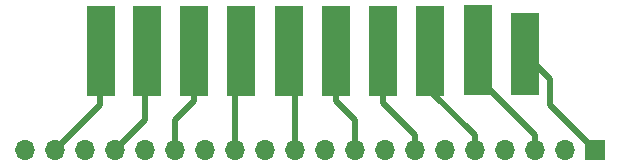
<source format=gbr>
G04 #@! TF.FileFunction,Copper,L1,Top,Signal*
%FSLAX46Y46*%
G04 Gerber Fmt 4.6, Leading zero omitted, Abs format (unit mm)*
G04 Created by KiCad (PCBNEW 4.0.4-stable) date 05/15/17 15:10:48*
%MOMM*%
%LPD*%
G01*
G04 APERTURE LIST*
%ADD10C,0.100000*%
%ADD11R,1.700000X1.700000*%
%ADD12O,1.700000X1.700000*%
%ADD13R,2.450000X7.700000*%
%ADD14R,2.450000X7.000000*%
%ADD15C,0.500000*%
G04 APERTURE END LIST*
D10*
D11*
X172720000Y-97790000D03*
D12*
X170180000Y-97790000D03*
X167640000Y-97790000D03*
X165100000Y-97790000D03*
X162560000Y-97790000D03*
X160020000Y-97790000D03*
X157480000Y-97790000D03*
X154940000Y-97790000D03*
X152400000Y-97790000D03*
X149860000Y-97790000D03*
X147320000Y-97790000D03*
X144780000Y-97790000D03*
X142240000Y-97790000D03*
X139700000Y-97790000D03*
X137160000Y-97790000D03*
X134620000Y-97790000D03*
X132080000Y-97790000D03*
X129540000Y-97790000D03*
X127000000Y-97790000D03*
X124460000Y-97790000D03*
D13*
X130890000Y-89380000D03*
X134790000Y-89380000D03*
X138790000Y-89380000D03*
X142790000Y-89380000D03*
X146790000Y-89380000D03*
X150790000Y-89380000D03*
X154790000Y-89380000D03*
X158790000Y-89380000D03*
X162790000Y-89280000D03*
D14*
X166790000Y-89680000D03*
D15*
X172720000Y-97790000D02*
X168910000Y-93980000D01*
X168910000Y-91800000D02*
X166790000Y-89680000D01*
X168910000Y-93980000D02*
X168910000Y-91800000D01*
X167640000Y-97790000D02*
X167640000Y-96520000D01*
X167640000Y-96520000D02*
X162790000Y-91670000D01*
X162790000Y-91670000D02*
X162790000Y-89280000D01*
X162560000Y-97790000D02*
X162560000Y-96520000D01*
X162560000Y-96520000D02*
X158790000Y-92750000D01*
X158790000Y-92750000D02*
X158790000Y-89380000D01*
X157480000Y-97790000D02*
X157480000Y-96520000D01*
X154790000Y-93830000D02*
X154790000Y-89380000D01*
X157480000Y-96520000D02*
X154790000Y-93830000D01*
X152400000Y-97790000D02*
X152400000Y-95250000D01*
X150790000Y-93640000D02*
X150790000Y-89380000D01*
X152400000Y-95250000D02*
X150790000Y-93640000D01*
X147320000Y-97790000D02*
X147320000Y-89910000D01*
X147320000Y-89910000D02*
X146790000Y-89380000D01*
X142240000Y-97790000D02*
X142240000Y-89930000D01*
X142240000Y-89930000D02*
X142790000Y-89380000D01*
X137160000Y-97790000D02*
X137160000Y-95250000D01*
X138790000Y-93620000D02*
X138790000Y-89380000D01*
X137160000Y-95250000D02*
X138790000Y-93620000D01*
X132080000Y-97790000D02*
X134620000Y-95250000D01*
X134620000Y-95250000D02*
X134620000Y-89550000D01*
X134620000Y-89550000D02*
X134790000Y-89380000D01*
X127000000Y-97790000D02*
X130810000Y-93980000D01*
X130810000Y-93980000D02*
X130810000Y-89460000D01*
X130810000Y-89460000D02*
X130890000Y-89380000D01*
M02*

</source>
